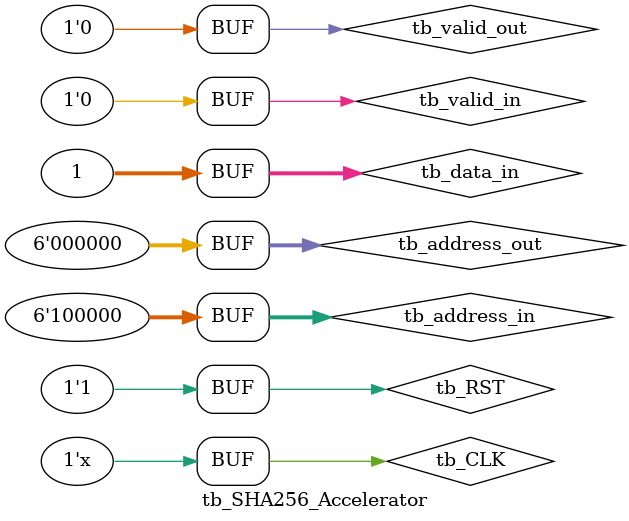
<source format=v>

`timescale 1 ns/10 ps

module tb_SHA256_Accelerator();

	
	reg				tb_CLK;
	reg				tb_RST;
	reg	 [5:0]		tb_address_in;
	reg	 [31:0]		tb_data_in;
	reg				tb_valid_in;
	reg  [5:0]		tb_address_out;
	reg				tb_valid_out;
	wire [31:0]		tb_data_out;
		
	parameter HALF_PERIOD_CLOCK = 10;
	parameter WAIT_CYCLES = 10;

	SHA256_Accelerator SHA256_accelerator(	
			.CLK(tb_CLK), 
			.RST(tb_RST),
			.address_wr_in(tb_address_in),
			.data_wr_in(tb_data_in),
			.valid_wr_in(tb_valid_in),
			///Read Channel
			.address_rd_in(tb_address_out),
			.valid_rd_in(tb_valid_out),
			.data_rd_out(tb_data_out)
		);
	
	always @(*) 
	begin: clock_generator
		#(HALF_PERIOD_CLOCK) tb_CLK <= ~tb_CLK;
		
	end
	
	task reset_module(input reg[5:0] num_delay);
		begin
			tb_RST <= 1'b0;
			#(HALF_PERIOD_CLOCK*2*num_delay) tb_RST <= 1'b1;
		end
	endtask
	

	task WRITE(input reg[5:0] addr, input reg[31:0] data);
		begin
		#20	tb_address_in =  addr;
			tb_data_in    = data;
		#80	
			tb_valid_in   = 1'b1;	
		#20 tb_valid_in   = 1'b0;			
		end
	endtask
	
	task READ(input reg[5:0] addr);
		begin
		#20	tb_address_out =  addr;
		#80	
			tb_valid_out   = 1'b1;	
		#20 tb_valid_out   = 1'b0;			
		end
	endtask
	
	task init_data();
		begin
			$display("Test started!!");
			tb_CLK <= 1'b0;
			reset_module(5'd2);			
		end
	endtask

	
	initial begin: main_test
	#1000;
		init_data();
		# 80 tb_RST <= 1'b1;
		#100;
		READ(7'd0);
		//WRITE W_HB
		WRITE({2'b00,4'd0}, 32'h61626380); //W0[0]
		WRITE({2'b00,4'd1}, 32'h00000000); //W0[0]
		WRITE({2'b00,4'd2}, 32'h00000000); //W0[0]
		WRITE({2'b00,4'd3}, 32'h00000000); //W0[0]
		WRITE({2'b00,4'd4}, 32'h00000000); //W0[0]
		WRITE({2'b00,4'd5}, 32'h00000000); //W0[0]
		WRITE({2'b00,4'd6}, 32'h00000000); //W0[0]
		WRITE({2'b00,4'd7}, 32'h00000000); //W0[0]
		WRITE({2'b00,4'd8}, 32'h00000000); //W0[0]
		WRITE({2'b00,4'd9}, 32'h00000000); //W0[0]
		WRITE({2'b00,4'd10},32'h00000000); //W0[0]
		WRITE({2'b00,4'd11},32'h00000000); //W0[0]
		WRITE({2'b00,4'd12},32'h00000000); //W0[0]
		WRITE({2'b00,4'd13},32'h00000000); //W0[0]
		WRITE({2'b00,4'd14},32'h00000000); //W0[0]
		WRITE({2'b00,4'd15},32'h00000018); //W0[0]
		
		//WRITE H_HB
		WRITE({2'b01,4'd0},32'h6a09e667); //a_HB[0]
		WRITE({2'b01,4'd1},32'hbb67ae85); //b_HB[0]
		WRITE({2'b01,4'd2},32'h3c6ef372); //c_HB[0]
		WRITE({2'b01,4'd3},32'ha54ff53a); //d_HB[0]
		WRITE({2'b01,4'd4},32'h510e527f); //e_HB[0]
		WRITE({2'b01,4'd5},32'h9b05688c); //f_HB[0]
		WRITE({2'b01,4'd6},32'h1f83d9ab); //g_HB[0]
		WRITE({2'b01,4'd7},32'h5be0cd19); //h_HB[0]

		
		
		WRITE({2'b10,4'd0},32'h000000001); //CONFIG	
		
		#2000;
	end
endmodule

</source>
